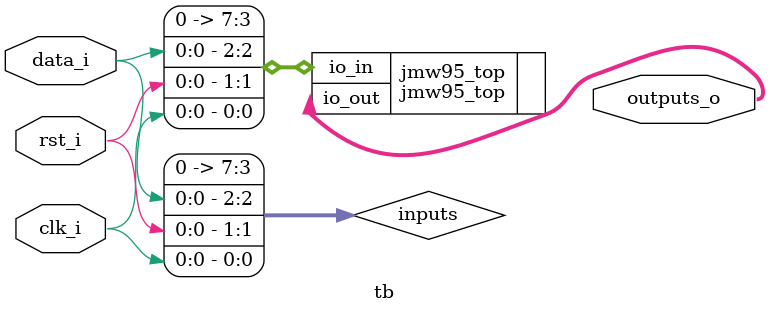
<source format=v>
`default_nettype none
`timescale 1ns/1ps

module tb (
    input clk_i,
    input rst_i,
    input data_i,
    output [7:0] outputs_o
);

`ifdef __ICARUS__
    initial begin
        $dumpfile ("tb.vcd");
        $dumpvars (0, tb);
        #1;
    end
`endif

wire [7:0] inputs = {5'b0, data_i, rst_i, clk_i};

// instantiate the DUT
jmw95_top jmw95_top(
    `ifdef GL_TEST
        .vccd1( 1'b1),
        .vssd1( 1'b0),
    `endif
    .io_in  (inputs),
    .io_out (outputs_o)
);

endmodule

</source>
